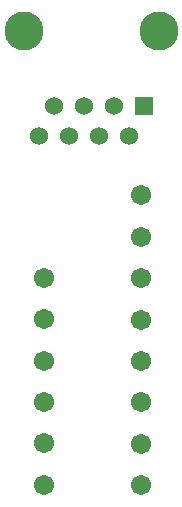
<source format=gts>
%TF.GenerationSoftware,KiCad,Pcbnew,(6.0.4)*%
%TF.CreationDate,2022-04-04T21:58:21+02:00*%
%TF.ProjectId,TERMINATOR_BOARD,5445524d-494e-4415-944f-525f424f4152,rev?*%
%TF.SameCoordinates,Original*%
%TF.FileFunction,Soldermask,Top*%
%TF.FilePolarity,Negative*%
%FSLAX46Y46*%
G04 Gerber Fmt 4.6, Leading zero omitted, Abs format (unit mm)*
G04 Created by KiCad (PCBNEW (6.0.4)) date 2022-04-04 21:58:21*
%MOMM*%
%LPD*%
G01*
G04 APERTURE LIST*
%ADD10C,1.702000*%
%ADD11C,3.300000*%
%ADD12R,1.524000X1.524000*%
%ADD13C,1.524000*%
G04 APERTURE END LIST*
D10*
X115200000Y-93412000D03*
X115200000Y-89912000D03*
X115200000Y-86412000D03*
X115200000Y-82912000D03*
X115200000Y-79412000D03*
X115200000Y-75912000D03*
X115200000Y-72412000D03*
X115200000Y-68912000D03*
D11*
X105265000Y-54992000D03*
X116695000Y-54992000D03*
D12*
X115425000Y-61342000D03*
D13*
X114155000Y-63882000D03*
X112885000Y-61342000D03*
X111615000Y-63882000D03*
X110345000Y-61342000D03*
X109075000Y-63882000D03*
X107805000Y-61342000D03*
X106535000Y-63882000D03*
D10*
X107000000Y-75900000D03*
X107000000Y-79400000D03*
X107000000Y-82900000D03*
X107000000Y-86400000D03*
X107000000Y-89900000D03*
X107000000Y-93400000D03*
M02*

</source>
